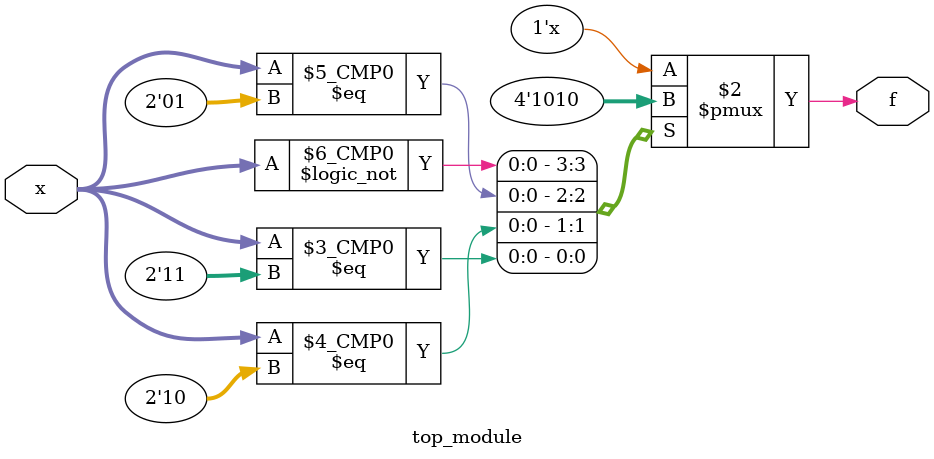
<source format=sv>
module top_module (
	input [1:0] x,
	output logic f
);

    reg f;

    always_comb begin
        case (x)
            2'b00: f = 1;
            2'b01: f = 0;
            2'b10: f = 1;
            2'b11: f = 0;
            default: f = 0;
        endcase
    end

endmodule

</source>
